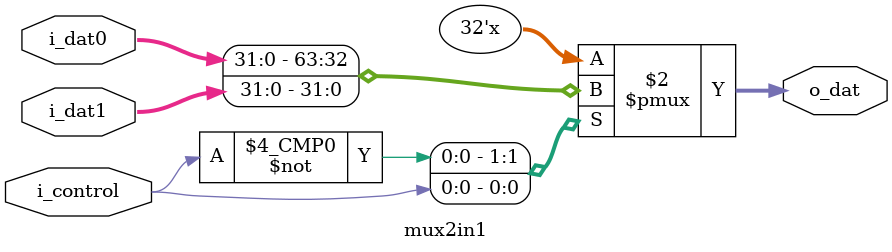
<source format=v>
module mux2in1 #(parameter WIDTH = 32)
               (output reg [WIDTH-1:0] o_dat,
                input             i_control,
                input [WIDTH-1:0] i_dat0, i_dat1);

always @(*)
begin
	case (i_control)
		0: o_dat <= i_dat0;
		1: o_dat <= i_dat1;
	endcase
end

endmodule


</source>
